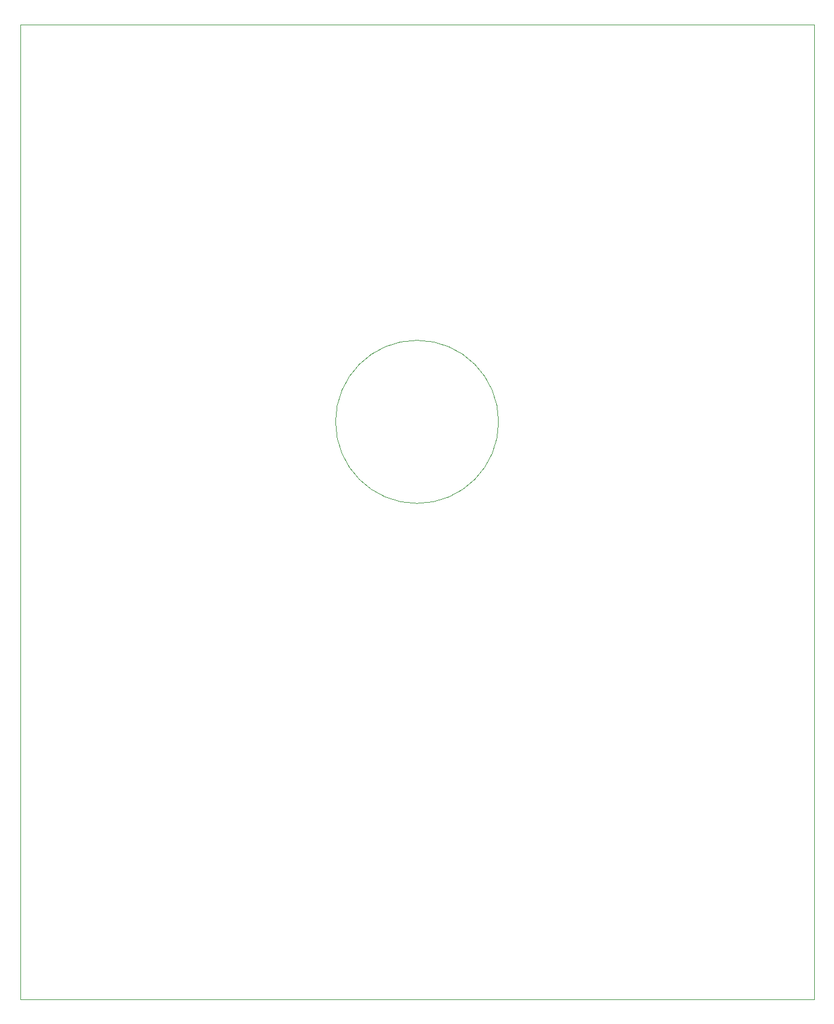
<source format=gbr>
%TF.GenerationSoftware,KiCad,Pcbnew,(5.99.0-8910-g624a231cc0)*%
%TF.CreationDate,2021-02-07T08:47:15+03:00*%
%TF.ProjectId,simpleprobecard,73696d70-6c65-4707-926f-626563617264,rev?*%
%TF.SameCoordinates,Original*%
%TF.FileFunction,Profile,NP*%
%FSLAX46Y46*%
G04 Gerber Fmt 4.6, Leading zero omitted, Abs format (unit mm)*
G04 Created by KiCad (PCBNEW (5.99.0-8910-g624a231cc0)) date 2021-02-07 08:47:15*
%MOMM*%
%LPD*%
G01*
G04 APERTURE LIST*
%TA.AperFunction,Profile*%
%ADD10C,0.100000*%
%TD*%
G04 APERTURE END LIST*
D10*
X-56000000Y56000000D02*
X56000000Y56000000D01*
X56000000Y56000000D02*
X56000000Y-81400000D01*
X56000000Y-81400000D02*
X-56000000Y-81400000D01*
X-56000000Y-81400000D02*
X-56000000Y56000000D01*
X11500000Y0D02*
G75*
G03*
X11500000Y0I-11500000J0D01*
G01*
M02*

</source>
